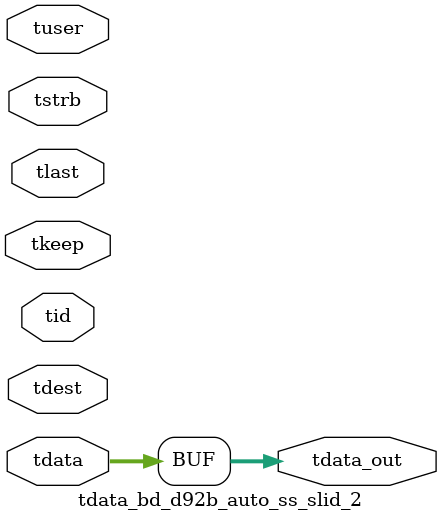
<source format=v>


`timescale 1ps/1ps

module tdata_bd_d92b_auto_ss_slid_2 #
(
parameter C_S_AXIS_TDATA_WIDTH = 32,
parameter C_S_AXIS_TUSER_WIDTH = 0,
parameter C_S_AXIS_TID_WIDTH   = 0,
parameter C_S_AXIS_TDEST_WIDTH = 0,
parameter C_M_AXIS_TDATA_WIDTH = 32
)
(
input  [(C_S_AXIS_TDATA_WIDTH == 0 ? 1 : C_S_AXIS_TDATA_WIDTH)-1:0     ] tdata,
input  [(C_S_AXIS_TUSER_WIDTH == 0 ? 1 : C_S_AXIS_TUSER_WIDTH)-1:0     ] tuser,
input  [(C_S_AXIS_TID_WIDTH   == 0 ? 1 : C_S_AXIS_TID_WIDTH)-1:0       ] tid,
input  [(C_S_AXIS_TDEST_WIDTH == 0 ? 1 : C_S_AXIS_TDEST_WIDTH)-1:0     ] tdest,
input  [(C_S_AXIS_TDATA_WIDTH/8)-1:0 ] tkeep,
input  [(C_S_AXIS_TDATA_WIDTH/8)-1:0 ] tstrb,
input                                                                    tlast,
output [C_M_AXIS_TDATA_WIDTH-1:0] tdata_out
);

assign tdata_out = {tdata[63:0]};

endmodule


</source>
